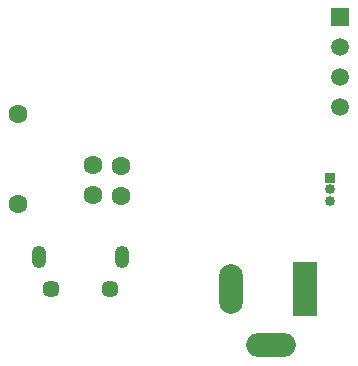
<source format=gbr>
%TF.GenerationSoftware,KiCad,Pcbnew,8.0.6*%
%TF.CreationDate,2025-07-13T00:12:13+05:30*%
%TF.ProjectId,Plant,506c616e-742e-46b6-9963-61645f706362,rev?*%
%TF.SameCoordinates,Original*%
%TF.FileFunction,Soldermask,Bot*%
%TF.FilePolarity,Negative*%
%FSLAX46Y46*%
G04 Gerber Fmt 4.6, Leading zero omitted, Abs format (unit mm)*
G04 Created by KiCad (PCBNEW 8.0.6) date 2025-07-13 00:12:13*
%MOMM*%
%LPD*%
G01*
G04 APERTURE LIST*
%ADD10C,1.600000*%
%ADD11R,2.000000X4.600000*%
%ADD12O,2.000000X4.200000*%
%ADD13O,4.200000X2.000000*%
%ADD14R,1.500000X1.500000*%
%ADD15C,1.500000*%
%ADD16R,0.850000X0.850000*%
%ADD17O,0.850000X0.850000*%
%ADD18O,1.200000X1.900000*%
%ADD19C,1.450000*%
G04 APERTURE END LIST*
D10*
%TO.C,C1*%
X125780800Y-86349200D03*
X125780800Y-88849200D03*
%TD*%
D11*
%TO.C,J3*%
X141406200Y-96723800D03*
D12*
X135106200Y-96723800D03*
D13*
X138506200Y-101523800D03*
%TD*%
D10*
%TO.C,R2*%
X117068600Y-81960400D03*
X117068600Y-89560400D03*
%TD*%
%TO.C,C2*%
X123393200Y-88773000D03*
X123393200Y-86273000D03*
%TD*%
D14*
%TO.C,U3*%
X144373600Y-73736200D03*
D15*
X144373600Y-76276200D03*
X144373600Y-78816200D03*
X144373600Y-81356200D03*
%TD*%
D16*
%TO.C,J2*%
X143481200Y-87315800D03*
D17*
X143481200Y-88315800D03*
X143481200Y-89315800D03*
%TD*%
D18*
%TO.C,J1*%
X125835800Y-94030800D03*
D19*
X124835800Y-96730800D03*
X119835800Y-96730800D03*
D18*
X118835800Y-94030800D03*
%TD*%
M02*

</source>
